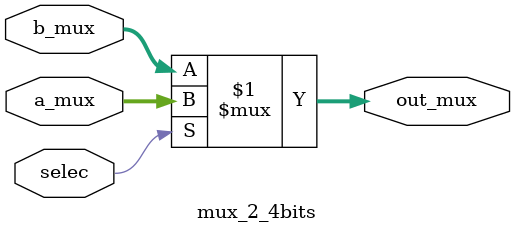
<source format=v>
module mux_2_4bits #(
  parameter Width = 8
) (
  input              selec,
  input  [Width-1:0] a_mux,
  input  [Width-1:0] b_mux,
  output [Width-1:0] out_mux
);
  assign out_mux = selec ? a_mux : b_mux;
endmodule
</source>
